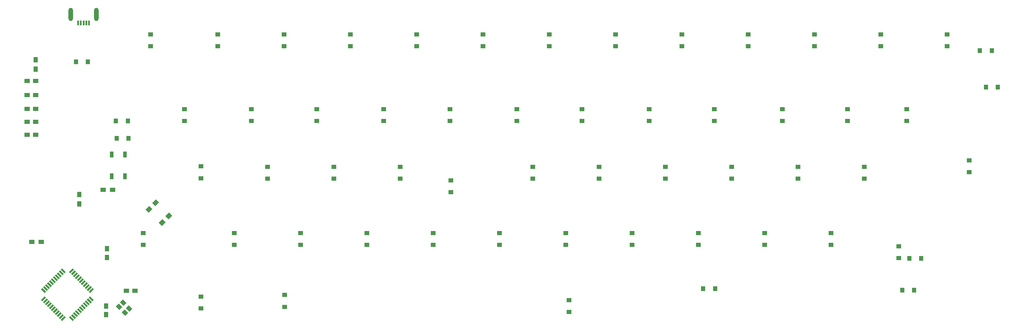
<source format=gbp>
G04 #@! TF.FileFunction,Paste,Bot*
%FSLAX46Y46*%
G04 Gerber Fmt 4.6, Leading zero omitted, Abs format (unit mm)*
G04 Created by KiCad (PCBNEW 4.0.5+dfsg1-4) date Wed May 24 11:01:59 2017*
%MOMM*%
%LPD*%
G01*
G04 APERTURE LIST*
%ADD10C,0.100000*%
%ADD11R,1.500000X1.250000*%
%ADD12R,1.250000X1.500000*%
%ADD13R,1.500000X1.300000*%
%ADD14R,1.000000X1.700000*%
%ADD15R,1.300000X1.500000*%
%ADD16R,0.500000X1.400000*%
%ADD17O,1.300000X3.800000*%
%ADD18R,1.200000X1.400000*%
%ADD19R,1.400000X1.200000*%
G04 APERTURE END LIST*
D10*
G36*
X82137958Y-175116280D02*
X82526866Y-175505188D01*
X81466206Y-176565848D01*
X81077298Y-176176940D01*
X82137958Y-175116280D01*
X82137958Y-175116280D01*
G37*
G36*
X82703643Y-175681966D02*
X83092551Y-176070874D01*
X82031891Y-177131534D01*
X81642983Y-176742626D01*
X82703643Y-175681966D01*
X82703643Y-175681966D01*
G37*
G36*
X83269328Y-176247651D02*
X83658236Y-176636559D01*
X82597576Y-177697219D01*
X82208668Y-177308311D01*
X83269328Y-176247651D01*
X83269328Y-176247651D01*
G37*
G36*
X83835014Y-176813336D02*
X84223922Y-177202244D01*
X83163262Y-178262904D01*
X82774354Y-177873996D01*
X83835014Y-176813336D01*
X83835014Y-176813336D01*
G37*
G36*
X84400699Y-177379022D02*
X84789607Y-177767930D01*
X83728947Y-178828590D01*
X83340039Y-178439682D01*
X84400699Y-177379022D01*
X84400699Y-177379022D01*
G37*
G36*
X84966385Y-177944707D02*
X85355293Y-178333615D01*
X84294633Y-179394275D01*
X83905725Y-179005367D01*
X84966385Y-177944707D01*
X84966385Y-177944707D01*
G37*
G36*
X85532070Y-178510393D02*
X85920978Y-178899301D01*
X84860318Y-179959961D01*
X84471410Y-179571053D01*
X85532070Y-178510393D01*
X85532070Y-178510393D01*
G37*
G36*
X86097756Y-179076078D02*
X86486664Y-179464986D01*
X85426004Y-180525646D01*
X85037096Y-180136738D01*
X86097756Y-179076078D01*
X86097756Y-179076078D01*
G37*
G36*
X86663441Y-179641764D02*
X87052349Y-180030672D01*
X85991689Y-181091332D01*
X85602781Y-180702424D01*
X86663441Y-179641764D01*
X86663441Y-179641764D01*
G37*
G36*
X87229126Y-180207449D02*
X87618034Y-180596357D01*
X86557374Y-181657017D01*
X86168466Y-181268109D01*
X87229126Y-180207449D01*
X87229126Y-180207449D01*
G37*
G36*
X87794812Y-180773134D02*
X88183720Y-181162042D01*
X87123060Y-182222702D01*
X86734152Y-181833794D01*
X87794812Y-180773134D01*
X87794812Y-180773134D01*
G37*
G36*
X88183720Y-184237958D02*
X87794812Y-184626866D01*
X86734152Y-183566206D01*
X87123060Y-183177298D01*
X88183720Y-184237958D01*
X88183720Y-184237958D01*
G37*
G36*
X87618034Y-184803643D02*
X87229126Y-185192551D01*
X86168466Y-184131891D01*
X86557374Y-183742983D01*
X87618034Y-184803643D01*
X87618034Y-184803643D01*
G37*
G36*
X87052349Y-185369328D02*
X86663441Y-185758236D01*
X85602781Y-184697576D01*
X85991689Y-184308668D01*
X87052349Y-185369328D01*
X87052349Y-185369328D01*
G37*
G36*
X86486664Y-185935014D02*
X86097756Y-186323922D01*
X85037096Y-185263262D01*
X85426004Y-184874354D01*
X86486664Y-185935014D01*
X86486664Y-185935014D01*
G37*
G36*
X85920978Y-186500699D02*
X85532070Y-186889607D01*
X84471410Y-185828947D01*
X84860318Y-185440039D01*
X85920978Y-186500699D01*
X85920978Y-186500699D01*
G37*
G36*
X85355293Y-187066385D02*
X84966385Y-187455293D01*
X83905725Y-186394633D01*
X84294633Y-186005725D01*
X85355293Y-187066385D01*
X85355293Y-187066385D01*
G37*
G36*
X84789607Y-187632070D02*
X84400699Y-188020978D01*
X83340039Y-186960318D01*
X83728947Y-186571410D01*
X84789607Y-187632070D01*
X84789607Y-187632070D01*
G37*
G36*
X84223922Y-188197756D02*
X83835014Y-188586664D01*
X82774354Y-187526004D01*
X83163262Y-187137096D01*
X84223922Y-188197756D01*
X84223922Y-188197756D01*
G37*
G36*
X83658236Y-188763441D02*
X83269328Y-189152349D01*
X82208668Y-188091689D01*
X82597576Y-187702781D01*
X83658236Y-188763441D01*
X83658236Y-188763441D01*
G37*
G36*
X83092551Y-189329126D02*
X82703643Y-189718034D01*
X81642983Y-188657374D01*
X82031891Y-188268466D01*
X83092551Y-189329126D01*
X83092551Y-189329126D01*
G37*
G36*
X82526866Y-189894812D02*
X82137958Y-190283720D01*
X81077298Y-189223060D01*
X81466206Y-188834152D01*
X82526866Y-189894812D01*
X82526866Y-189894812D01*
G37*
G36*
X79733794Y-188834152D02*
X80122702Y-189223060D01*
X79062042Y-190283720D01*
X78673134Y-189894812D01*
X79733794Y-188834152D01*
X79733794Y-188834152D01*
G37*
G36*
X79168109Y-188268466D02*
X79557017Y-188657374D01*
X78496357Y-189718034D01*
X78107449Y-189329126D01*
X79168109Y-188268466D01*
X79168109Y-188268466D01*
G37*
G36*
X78602424Y-187702781D02*
X78991332Y-188091689D01*
X77930672Y-189152349D01*
X77541764Y-188763441D01*
X78602424Y-187702781D01*
X78602424Y-187702781D01*
G37*
G36*
X78036738Y-187137096D02*
X78425646Y-187526004D01*
X77364986Y-188586664D01*
X76976078Y-188197756D01*
X78036738Y-187137096D01*
X78036738Y-187137096D01*
G37*
G36*
X77471053Y-186571410D02*
X77859961Y-186960318D01*
X76799301Y-188020978D01*
X76410393Y-187632070D01*
X77471053Y-186571410D01*
X77471053Y-186571410D01*
G37*
G36*
X76905367Y-186005725D02*
X77294275Y-186394633D01*
X76233615Y-187455293D01*
X75844707Y-187066385D01*
X76905367Y-186005725D01*
X76905367Y-186005725D01*
G37*
G36*
X76339682Y-185440039D02*
X76728590Y-185828947D01*
X75667930Y-186889607D01*
X75279022Y-186500699D01*
X76339682Y-185440039D01*
X76339682Y-185440039D01*
G37*
G36*
X75773996Y-184874354D02*
X76162904Y-185263262D01*
X75102244Y-186323922D01*
X74713336Y-185935014D01*
X75773996Y-184874354D01*
X75773996Y-184874354D01*
G37*
G36*
X75208311Y-184308668D02*
X75597219Y-184697576D01*
X74536559Y-185758236D01*
X74147651Y-185369328D01*
X75208311Y-184308668D01*
X75208311Y-184308668D01*
G37*
G36*
X74642626Y-183742983D02*
X75031534Y-184131891D01*
X73970874Y-185192551D01*
X73581966Y-184803643D01*
X74642626Y-183742983D01*
X74642626Y-183742983D01*
G37*
G36*
X74076940Y-183177298D02*
X74465848Y-183566206D01*
X73405188Y-184626866D01*
X73016280Y-184237958D01*
X74076940Y-183177298D01*
X74076940Y-183177298D01*
G37*
G36*
X74465848Y-181833794D02*
X74076940Y-182222702D01*
X73016280Y-181162042D01*
X73405188Y-180773134D01*
X74465848Y-181833794D01*
X74465848Y-181833794D01*
G37*
G36*
X75031534Y-181268109D02*
X74642626Y-181657017D01*
X73581966Y-180596357D01*
X73970874Y-180207449D01*
X75031534Y-181268109D01*
X75031534Y-181268109D01*
G37*
G36*
X75597219Y-180702424D02*
X75208311Y-181091332D01*
X74147651Y-180030672D01*
X74536559Y-179641764D01*
X75597219Y-180702424D01*
X75597219Y-180702424D01*
G37*
G36*
X76162904Y-180136738D02*
X75773996Y-180525646D01*
X74713336Y-179464986D01*
X75102244Y-179076078D01*
X76162904Y-180136738D01*
X76162904Y-180136738D01*
G37*
G36*
X76728590Y-179571053D02*
X76339682Y-179959961D01*
X75279022Y-178899301D01*
X75667930Y-178510393D01*
X76728590Y-179571053D01*
X76728590Y-179571053D01*
G37*
G36*
X77294275Y-179005367D02*
X76905367Y-179394275D01*
X75844707Y-178333615D01*
X76233615Y-177944707D01*
X77294275Y-179005367D01*
X77294275Y-179005367D01*
G37*
G36*
X77859961Y-178439682D02*
X77471053Y-178828590D01*
X76410393Y-177767930D01*
X76799301Y-177379022D01*
X77859961Y-178439682D01*
X77859961Y-178439682D01*
G37*
G36*
X78425646Y-177873996D02*
X78036738Y-178262904D01*
X76976078Y-177202244D01*
X77364986Y-176813336D01*
X78425646Y-177873996D01*
X78425646Y-177873996D01*
G37*
G36*
X78991332Y-177308311D02*
X78602424Y-177697219D01*
X77541764Y-176636559D01*
X77930672Y-176247651D01*
X78991332Y-177308311D01*
X78991332Y-177308311D01*
G37*
G36*
X79557017Y-176742626D02*
X79168109Y-177131534D01*
X78107449Y-176070874D01*
X78496357Y-175681966D01*
X79557017Y-176742626D01*
X79557017Y-176742626D01*
G37*
G36*
X80122702Y-176176940D02*
X79733794Y-176565848D01*
X78673134Y-175505188D01*
X79062042Y-175116280D01*
X80122702Y-176176940D01*
X80122702Y-176176940D01*
G37*
D11*
X100050000Y-181550000D03*
X97550000Y-181550000D03*
D12*
X91750000Y-188450000D03*
X91750000Y-185950000D03*
D11*
X71500000Y-136750000D03*
X69000000Y-136750000D03*
X71500000Y-133000000D03*
X69000000Y-133000000D03*
X71500000Y-129250000D03*
X69000000Y-129250000D03*
X71500000Y-125250000D03*
X69000000Y-125250000D03*
X71500000Y-121250000D03*
X69000000Y-121250000D03*
D12*
X92000000Y-172000000D03*
X92000000Y-169500000D03*
D13*
X90900000Y-152500000D03*
X93600000Y-152500000D03*
X70400000Y-167500000D03*
X73100000Y-167500000D03*
D10*
G36*
X103974695Y-159144543D02*
X103055457Y-158225305D01*
X104116117Y-157164645D01*
X105035355Y-158083883D01*
X103974695Y-159144543D01*
X103974695Y-159144543D01*
G37*
G36*
X105883883Y-157235355D02*
X104964645Y-156316117D01*
X106025305Y-155255457D01*
X106944543Y-156174695D01*
X105883883Y-157235355D01*
X105883883Y-157235355D01*
G37*
G36*
X109825305Y-159055457D02*
X110744543Y-159974695D01*
X109683883Y-161035355D01*
X108764645Y-160116117D01*
X109825305Y-159055457D01*
X109825305Y-159055457D01*
G37*
G36*
X107916117Y-160964645D02*
X108835355Y-161883883D01*
X107774695Y-162944543D01*
X106855457Y-162025305D01*
X107916117Y-160964645D01*
X107916117Y-160964645D01*
G37*
D14*
X97150000Y-148650000D03*
X97150000Y-142350000D03*
X93350000Y-148650000D03*
X93350000Y-142350000D03*
D10*
G36*
X94531192Y-186081802D02*
X95379720Y-185233274D01*
X96369670Y-186223224D01*
X95521142Y-187071752D01*
X94531192Y-186081802D01*
X94531192Y-186081802D01*
G37*
G36*
X96228248Y-187778858D02*
X97076776Y-186930330D01*
X98066726Y-187920280D01*
X97218198Y-188768808D01*
X96228248Y-187778858D01*
X96228248Y-187778858D01*
G37*
G36*
X95733274Y-184879720D02*
X96581802Y-184031192D01*
X97571752Y-185021142D01*
X96723224Y-185869670D01*
X95733274Y-184879720D01*
X95733274Y-184879720D01*
G37*
G36*
X97430330Y-186576776D02*
X98278858Y-185728248D01*
X99268808Y-186718198D01*
X98420280Y-187566726D01*
X97430330Y-186576776D01*
X97430330Y-186576776D01*
G37*
D15*
X71500000Y-117850000D03*
X71500000Y-115150000D03*
X84000000Y-156600000D03*
X84000000Y-153900000D03*
D16*
X83650000Y-104500000D03*
X84450000Y-104500000D03*
X85250000Y-104500000D03*
X86050000Y-104500000D03*
X86850000Y-104500000D03*
D17*
X81600000Y-102100000D03*
X88900000Y-102100000D03*
D18*
X344500000Y-123000000D03*
X347900000Y-123000000D03*
D19*
X333375000Y-107837500D03*
X333375000Y-111237500D03*
D18*
X346200000Y-112500000D03*
X342800000Y-112500000D03*
X320500000Y-181400000D03*
X323900000Y-181400000D03*
X266700000Y-181000000D03*
X263300000Y-181000000D03*
D19*
X224750000Y-184300000D03*
X224750000Y-187700000D03*
X143000000Y-182800000D03*
X143000000Y-186200000D03*
X119000000Y-183300000D03*
X119000000Y-186700000D03*
D18*
X325950000Y-172250000D03*
X322550000Y-172250000D03*
D19*
X319500000Y-168800000D03*
X319500000Y-172200000D03*
X300037500Y-164987500D03*
X300037500Y-168387500D03*
X280987500Y-164987500D03*
X280987500Y-168387500D03*
X261937500Y-164987500D03*
X261937500Y-168387500D03*
X242887500Y-164987500D03*
X242887500Y-168387500D03*
X223837500Y-164987500D03*
X223837500Y-168387500D03*
X204787500Y-164987500D03*
X204787500Y-168387500D03*
X185737500Y-164987500D03*
X185737500Y-168387500D03*
X166687500Y-164987500D03*
X166687500Y-168387500D03*
X147637500Y-164987500D03*
X147637500Y-168387500D03*
X128587500Y-164987500D03*
X128587500Y-168387500D03*
X102393750Y-164987500D03*
X102393750Y-168387500D03*
X339750000Y-144050000D03*
X339750000Y-147450000D03*
X309562500Y-145937500D03*
X309562500Y-149337500D03*
X290512500Y-145937500D03*
X290512500Y-149337500D03*
X271462500Y-145937500D03*
X271462500Y-149337500D03*
X252412500Y-145937500D03*
X252412500Y-149337500D03*
X233362500Y-145937500D03*
X233362500Y-149337500D03*
X214312500Y-145937500D03*
X214312500Y-149337500D03*
X190750000Y-149800000D03*
X190750000Y-153200000D03*
X176212500Y-145937500D03*
X176212500Y-149337500D03*
X157162500Y-145937500D03*
X157162500Y-149337500D03*
X138112500Y-145937500D03*
X138112500Y-149337500D03*
X119000000Y-145800000D03*
X119000000Y-149200000D03*
D18*
X94800000Y-137750000D03*
X98200000Y-137750000D03*
D19*
X321750000Y-129300000D03*
X321750000Y-132700000D03*
X304750000Y-129300000D03*
X304750000Y-132700000D03*
X286000000Y-129300000D03*
X286000000Y-132700000D03*
X266500000Y-129300000D03*
X266500000Y-132700000D03*
X247750000Y-129300000D03*
X247750000Y-132700000D03*
X228500000Y-129300000D03*
X228500000Y-132700000D03*
X209750000Y-129300000D03*
X209750000Y-132700000D03*
X190500000Y-129300000D03*
X190500000Y-132700000D03*
X171500000Y-129300000D03*
X171500000Y-132700000D03*
X152250000Y-129300000D03*
X152250000Y-132700000D03*
X133500000Y-129300000D03*
X133500000Y-132700000D03*
X114250000Y-129300000D03*
X114250000Y-132700000D03*
D18*
X94550000Y-132750000D03*
X97950000Y-132750000D03*
D19*
X314325000Y-107837500D03*
X314325000Y-111237500D03*
X295275000Y-107837500D03*
X295275000Y-111237500D03*
X276225000Y-107837500D03*
X276225000Y-111237500D03*
X257175000Y-107837500D03*
X257175000Y-111237500D03*
X238125000Y-107837500D03*
X238125000Y-111237500D03*
X219075000Y-107837500D03*
X219075000Y-111237500D03*
X200025000Y-107837500D03*
X200025000Y-111237500D03*
X161925000Y-107837500D03*
X161925000Y-111237500D03*
X142875000Y-107837500D03*
X142875000Y-111237500D03*
X123825000Y-107837500D03*
X123825000Y-111237500D03*
X104500000Y-107800000D03*
X104500000Y-111200000D03*
D18*
X83050000Y-115750000D03*
X86450000Y-115750000D03*
D19*
X180975000Y-107837500D03*
X180975000Y-111237500D03*
M02*

</source>
